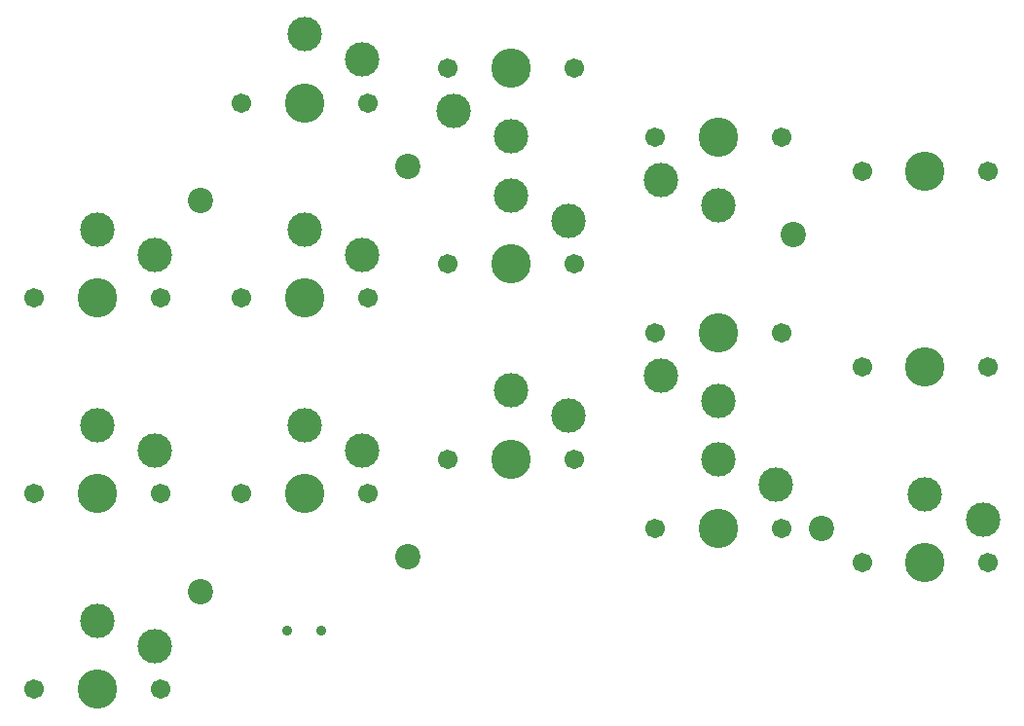
<source format=gbr>
%TF.GenerationSoftware,KiCad,Pcbnew,(7.0.0-0)*%
%TF.CreationDate,2023-02-22T17:50:16+08:00*%
%TF.ProjectId,left,6c656674-2e6b-4696-9361-645f70636258,v1.0.0*%
%TF.SameCoordinates,Original*%
%TF.FileFunction,NonPlated,1,2,NPTH,Drill*%
%TF.FilePolarity,Positive*%
%FSLAX46Y46*%
G04 Gerber Fmt 4.6, Leading zero omitted, Abs format (unit mm)*
G04 Created by KiCad (PCBNEW (7.0.0-0)) date 2023-02-22 17:50:16*
%MOMM*%
%LPD*%
G01*
G04 APERTURE LIST*
%TA.AperFunction,ComponentDrill*%
%ADD10C,0.900000*%
%TD*%
%TA.AperFunction,ComponentDrill*%
%ADD11C,1.701800*%
%TD*%
%TA.AperFunction,ComponentDrill*%
%ADD12C,2.200000*%
%TD*%
%TA.AperFunction,ComponentDrill*%
%ADD13C,3.000000*%
%TD*%
%TA.AperFunction,ComponentDrill*%
%ADD14C,3.429000*%
%TD*%
G04 APERTURE END LIST*
D10*
%TO.C,SS1*%
X16500000Y5070000D03*
X19500000Y5070000D03*
D11*
%TO.C,S1*%
X-5500000Y34000000D03*
%TO.C,S2*%
X-5500000Y17000000D03*
%TO.C,S3*%
X-5500000Y0D03*
%TO.C,S1*%
X5500000Y34000000D03*
%TO.C,S2*%
X5500000Y17000000D03*
%TO.C,S3*%
X5500000Y0D03*
%TO.C,S4*%
X12500000Y51000000D03*
%TO.C,S5*%
X12500000Y34000000D03*
%TO.C,S6*%
X12500000Y17000000D03*
%TO.C,S4*%
X23500000Y51000000D03*
%TO.C,S5*%
X23500000Y34000000D03*
%TO.C,S6*%
X23500000Y17000000D03*
%TO.C,S7*%
X30500000Y54000000D03*
%TO.C,S8*%
X30500000Y37000000D03*
%TO.C,S9*%
X30500000Y20000000D03*
%TO.C,S7*%
X41500000Y54000000D03*
%TO.C,S8*%
X41500000Y37000000D03*
%TO.C,S9*%
X41500000Y20000000D03*
%TO.C,S10*%
X48500000Y48000000D03*
%TO.C,S11*%
X48500000Y31000000D03*
%TO.C,S12*%
X48500000Y14000000D03*
%TO.C,S10*%
X59500000Y48000000D03*
%TO.C,S11*%
X59500000Y31000000D03*
%TO.C,S12*%
X59500000Y14000000D03*
%TO.C,S13*%
X66500000Y45000000D03*
%TO.C,S14*%
X66500000Y28000000D03*
%TO.C,S15*%
X66500000Y11000000D03*
%TO.C,S13*%
X77500000Y45000000D03*
%TO.C,S14*%
X77500000Y28000000D03*
%TO.C,S15*%
X77500000Y11000000D03*
D12*
%TO.C,H2*%
X9000000Y42500000D03*
%TO.C,H1*%
X9000000Y8500000D03*
%TO.C,H4*%
X27000000Y45500000D03*
%TO.C,H3*%
X27000000Y11500000D03*
%TO.C,H6*%
X60500000Y39500000D03*
%TO.C,H5*%
X63000000Y14000000D03*
D13*
%TO.C,S1*%
X0Y39950000D03*
%TO.C,S2*%
X0Y22950000D03*
%TO.C,S3*%
X0Y5950000D03*
%TO.C,S1*%
X5000000Y37750000D03*
%TO.C,S2*%
X5000000Y20750000D03*
%TO.C,S3*%
X5000000Y3750000D03*
%TO.C,S4*%
X18000000Y56950000D03*
%TO.C,S5*%
X18000000Y39950000D03*
%TO.C,S6*%
X18000000Y22950000D03*
%TO.C,S4*%
X23000000Y54750000D03*
%TO.C,S5*%
X23000000Y37750000D03*
%TO.C,S6*%
X23000000Y20750000D03*
%TO.C,S7*%
X31000000Y50250000D03*
X36000000Y48050000D03*
%TO.C,S8*%
X36000000Y42950000D03*
%TO.C,S9*%
X36000000Y25950000D03*
%TO.C,S8*%
X41000000Y40750000D03*
%TO.C,S9*%
X41000000Y23750000D03*
%TO.C,S10*%
X49000000Y44250000D03*
%TO.C,S11*%
X49000000Y27250000D03*
%TO.C,S10*%
X54000000Y42050000D03*
%TO.C,S11*%
X54000000Y25050000D03*
%TO.C,S12*%
X54000000Y19950000D03*
X59000000Y17750000D03*
%TO.C,S15*%
X72000000Y16950000D03*
X77000000Y14750000D03*
D14*
%TO.C,S1*%
X0Y34000000D03*
%TO.C,S2*%
X0Y17000000D03*
%TO.C,S3*%
X0Y0D03*
%TO.C,S4*%
X18000000Y51000000D03*
%TO.C,S5*%
X18000000Y34000000D03*
%TO.C,S6*%
X18000000Y17000000D03*
%TO.C,S7*%
X36000000Y54000000D03*
%TO.C,S8*%
X36000000Y37000000D03*
%TO.C,S9*%
X36000000Y20000000D03*
%TO.C,S10*%
X54000000Y48000000D03*
%TO.C,S11*%
X54000000Y31000000D03*
%TO.C,S12*%
X54000000Y14000000D03*
%TO.C,S13*%
X72000000Y45000000D03*
%TO.C,S14*%
X72000000Y28000000D03*
%TO.C,S15*%
X72000000Y11000000D03*
M02*

</source>
